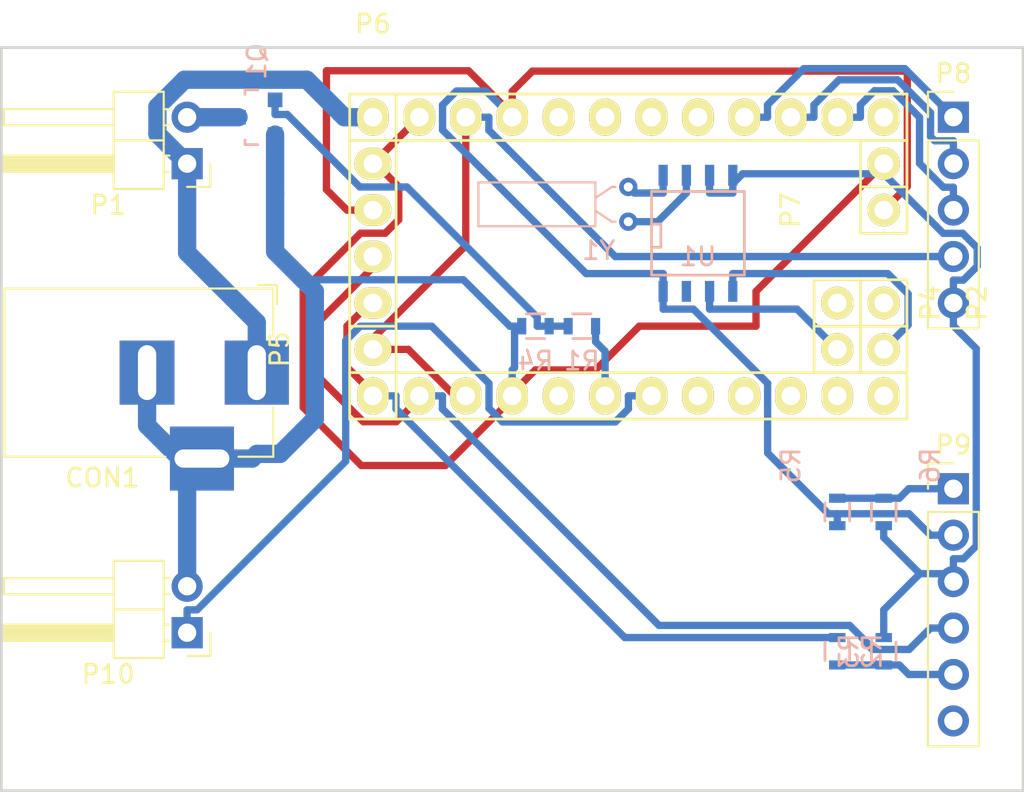
<source format=kicad_pcb>
(kicad_pcb (version 4) (host pcbnew 4.0.6+dfsg1-1)

  (general
    (links 44)
    (no_connects 31)
    (area 134.354999 93.844285 190.575001 137.235001)
    (thickness 1.6)
    (drawings 4)
    (tracks 212)
    (zones 0)
    (modules 20)
    (nets 35)
  )

  (page A4)
  (layers
    (0 F.Cu signal hide)
    (31 B.Cu signal)
    (32 B.Adhes user)
    (33 F.Adhes user)
    (34 B.Paste user)
    (35 F.Paste user)
    (36 B.SilkS user)
    (37 F.SilkS user)
    (38 B.Mask user)
    (39 F.Mask user)
    (40 Dwgs.User user)
    (41 Cmts.User user)
    (42 Eco1.User user)
    (43 Eco2.User user)
    (44 Edge.Cuts user)
    (45 Margin user)
    (46 B.CrtYd user)
    (47 F.CrtYd user)
    (48 B.Fab user)
    (49 F.Fab user)
  )

  (setup
    (last_trace_width 0.4)
    (user_trace_width 0.25)
    (user_trace_width 0.5)
    (user_trace_width 1)
    (trace_clearance 0.2)
    (zone_clearance 0.508)
    (zone_45_only no)
    (trace_min 0.2)
    (segment_width 0.2)
    (edge_width 0.15)
    (via_size 0.6)
    (via_drill 0.4)
    (via_min_size 0.4)
    (via_min_drill 0.3)
    (uvia_size 0.3)
    (uvia_drill 0.1)
    (uvias_allowed no)
    (uvia_min_size 0.2)
    (uvia_min_drill 0.1)
    (pcb_text_width 0.3)
    (pcb_text_size 1.5 1.5)
    (mod_edge_width 0.15)
    (mod_text_size 1 1)
    (mod_text_width 0.15)
    (pad_size 1 1)
    (pad_drill 0.5)
    (pad_to_mask_clearance 0.2)
    (aux_axis_origin 0 0)
    (visible_elements FFFFEF7F)
    (pcbplotparams
      (layerselection 0x00030_80000001)
      (usegerberextensions false)
      (excludeedgelayer true)
      (linewidth 0.100000)
      (plotframeref false)
      (viasonmask false)
      (mode 1)
      (useauxorigin false)
      (hpglpennumber 1)
      (hpglpenspeed 20)
      (hpglpendiameter 15)
      (hpglpenoverlay 2)
      (psnegative false)
      (psa4output false)
      (plotreference true)
      (plotvalue true)
      (plotinvisibletext false)
      (padsonsilk false)
      (subtractmaskfromsilk false)
      (outputformat 1)
      (mirror false)
      (drillshape 1)
      (scaleselection 1)
      (outputdirectory ""))
  )

  (net 0 "")
  (net 1 +12V)
  (net 2 "Net-(P1-Pad2)")
  (net 3 /A4)
  (net 4 "/1(Tx)")
  (net 5 "/0(Rx)")
  (net 6 /Reset)
  (net 7 GND)
  (net 8 "/3(**)")
  (net 9 /A5)
  (net 10 +5V)
  (net 11 "/13(SCK)")
  (net 12 "/12(**/MOSI)")
  (net 13 "/11(MISO)")
  (net 14 "Net-(Q1-Pad1)")
  (net 15 "Net-(U1-Pad2)")
  (net 16 "Net-(U1-Pad1)")
  (net 17 "Net-(P9-Pad1)")
  (net 18 "Net-(P9-Pad5)")
  (net 19 /4)
  (net 20 /A6)
  (net 21 /2)
  (net 22 "/5(**)")
  (net 23 "/6(**)")
  (net 24 /7)
  (net 25 /8)
  (net 26 "/9(**)")
  (net 27 /A7)
  (net 28 /A3)
  (net 29 /A2)
  (net 30 /A1)
  (net 31 /A0)
  (net 32 "/10(**/SS)")
  (net 33 "Net-(P9-Pad6)")
  (net 34 "Net-(U1-Pad7)")

  (net_class Default "This is the default net class."
    (clearance 0.2)
    (trace_width 0.4)
    (via_dia 0.6)
    (via_drill 0.4)
    (uvia_dia 0.3)
    (uvia_drill 0.1)
    (add_net +5V)
    (add_net "/0(Rx)")
    (add_net "/1(Tx)")
    (add_net "/10(**/SS)")
    (add_net "/11(MISO)")
    (add_net "/12(**/MOSI)")
    (add_net "/13(SCK)")
    (add_net /2)
    (add_net "/3(**)")
    (add_net /4)
    (add_net "/5(**)")
    (add_net "/6(**)")
    (add_net /7)
    (add_net /8)
    (add_net "/9(**)")
    (add_net /A0)
    (add_net /A1)
    (add_net /A2)
    (add_net /A3)
    (add_net /A4)
    (add_net /A5)
    (add_net /A6)
    (add_net /A7)
    (add_net /Reset)
    (add_net GND)
    (add_net "Net-(P9-Pad1)")
    (add_net "Net-(P9-Pad5)")
    (add_net "Net-(P9-Pad6)")
    (add_net "Net-(Q1-Pad1)")
    (add_net "Net-(U1-Pad1)")
    (add_net "Net-(U1-Pad2)")
    (add_net "Net-(U1-Pad7)")
  )

  (net_class Power ""
    (clearance 0.2)
    (trace_width 1)
    (via_dia 0.6)
    (via_drill 0.4)
    (uvia_dia 0.3)
    (uvia_drill 0.1)
    (add_net +12V)
    (add_net "Net-(P1-Pad2)")
  )

  (module Socket_Arduino_Mini:Socket_Strip_Arduino_1x02 (layer F.Cu) (tedit 5A369123) (tstamp 5A34B87C)
    (at 182.88 110.49 270)
    (descr "Through hole socket strip")
    (tags "socket strip")
    (path /5A34B29D)
    (fp_text reference P2 (at 0 -5.1 270) (layer F.SilkS)
      (effects (font (size 1 1) (thickness 0.15)))
    )
    (fp_text value ADC (at 2.54 -2.54 270) (layer F.Fab)
      (effects (font (size 1 1) (thickness 0.15)))
    )
    (fp_line (start 1.27 -1.27) (end -1.27 -1.27) (layer F.SilkS) (width 0.15))
    (fp_line (start -1.27 -1.27) (end -1.27 1.27) (layer F.SilkS) (width 0.15))
    (fp_line (start -1.27 1.27) (end 1.27 1.27) (layer F.SilkS) (width 0.15))
    (fp_line (start 3.81 1.27) (end 1.27 1.27) (layer F.SilkS) (width 0.15))
    (fp_line (start -1.75 -1.75) (end -1.75 1.75) (layer F.CrtYd) (width 0.05))
    (fp_line (start 4.3 -1.75) (end 4.3 1.75) (layer F.CrtYd) (width 0.05))
    (fp_line (start -1.75 -1.75) (end 4.3 -1.75) (layer F.CrtYd) (width 0.05))
    (fp_line (start -1.75 1.75) (end 4.3 1.75) (layer F.CrtYd) (width 0.05))
    (fp_line (start 1.27 1.27) (end 1.27 -1.27) (layer F.SilkS) (width 0.15))
    (fp_line (start 1.27 -1.27) (end 3.81 -1.27) (layer F.SilkS) (width 0.15))
    (fp_line (start 3.81 -1.27) (end 3.81 1.27) (layer F.SilkS) (width 0.15))
    (pad 1 thru_hole circle (at 0 0 270) (size 1.778 1.778) (drill 1.016) (layers *.Cu *.Mask F.SilkS)
      (net 20 /A6))
    (pad 2 thru_hole circle (at 2.54 0 270) (size 1.778 1.778) (drill 1.016) (layers *.Cu *.Mask F.SilkS)
      (net 3 /A4))
  )

  (module Socket_Arduino_Mini:Socket_Strip_Arduino_1x12 (layer F.Cu) (tedit 5A369136) (tstamp 5A34B897)
    (at 154.94 115.57)
    (descr "Through hole socket strip")
    (tags "socket strip")
    (path /5A34B29A)
    (fp_text reference P3 (at 0 -5.1) (layer F.SilkS)
      (effects (font (size 1 1) (thickness 0.15)))
    )
    (fp_text value Digital (at 15.24 3.81) (layer F.Fab)
      (effects (font (size 1 1) (thickness 0.15)))
    )
    (fp_line (start 1.27 -1.27) (end -1.27 -1.27) (layer F.SilkS) (width 0.15))
    (fp_line (start -1.27 -1.27) (end -1.27 1.27) (layer F.SilkS) (width 0.15))
    (fp_line (start -1.27 1.27) (end 1.27 1.27) (layer F.SilkS) (width 0.15))
    (fp_line (start -1.75 -1.75) (end -1.75 1.75) (layer F.CrtYd) (width 0.05))
    (fp_line (start 29.7 -1.75) (end 29.7 1.75) (layer F.CrtYd) (width 0.05))
    (fp_line (start -1.75 -1.75) (end 29.7 -1.75) (layer F.CrtYd) (width 0.05))
    (fp_line (start -1.75 1.75) (end 29.7 1.75) (layer F.CrtYd) (width 0.05))
    (fp_line (start 1.27 1.27) (end 29.21 1.27) (layer F.SilkS) (width 0.15))
    (fp_line (start 29.21 1.27) (end 29.21 -1.27) (layer F.SilkS) (width 0.15))
    (fp_line (start 29.21 -1.27) (end 1.27 -1.27) (layer F.SilkS) (width 0.15))
    (fp_line (start 1.27 1.27) (end 1.27 -1.27) (layer F.SilkS) (width 0.15))
    (pad 1 thru_hole oval (at 0 0) (size 1.7272 2.032) (drill 1.016) (layers *.Cu *.Mask F.SilkS)
      (net 4 "/1(Tx)"))
    (pad 2 thru_hole oval (at 2.54 0) (size 1.7272 2.032) (drill 1.016) (layers *.Cu *.Mask F.SilkS)
      (net 5 "/0(Rx)"))
    (pad 3 thru_hole oval (at 5.08 0) (size 1.7272 2.032) (drill 1.016) (layers *.Cu *.Mask F.SilkS)
      (net 6 /Reset))
    (pad 4 thru_hole oval (at 7.62 0) (size 1.7272 2.032) (drill 1.016) (layers *.Cu *.Mask F.SilkS)
      (net 7 GND))
    (pad 5 thru_hole oval (at 10.16 0) (size 1.7272 2.032) (drill 1.016) (layers *.Cu *.Mask F.SilkS)
      (net 21 /2))
    (pad 6 thru_hole oval (at 12.7 0) (size 1.7272 2.032) (drill 1.016) (layers *.Cu *.Mask F.SilkS)
      (net 8 "/3(**)"))
    (pad 7 thru_hole oval (at 15.24 0) (size 1.7272 2.032) (drill 1.016) (layers *.Cu *.Mask F.SilkS)
      (net 19 /4))
    (pad 8 thru_hole oval (at 17.78 0) (size 1.7272 2.032) (drill 1.016) (layers *.Cu *.Mask F.SilkS)
      (net 22 "/5(**)"))
    (pad 9 thru_hole oval (at 20.32 0) (size 1.7272 2.032) (drill 1.016) (layers *.Cu *.Mask F.SilkS)
      (net 23 "/6(**)"))
    (pad 10 thru_hole oval (at 22.86 0) (size 1.7272 2.032) (drill 1.016) (layers *.Cu *.Mask F.SilkS)
      (net 24 /7))
    (pad 11 thru_hole oval (at 25.4 0) (size 1.7272 2.032) (drill 1.016) (layers *.Cu *.Mask F.SilkS)
      (net 25 /8))
    (pad 12 thru_hole oval (at 27.94 0) (size 1.7272 2.032) (drill 1.016) (layers *.Cu *.Mask F.SilkS)
      (net 26 "/9(**)"))
    (model ${KIPRJMOD}/Socket_Arduino_Mini.3dshapes/Socket_header_Arduino_1x12.wrl
      (at (xyz 0.55 0 0))
      (scale (xyz 1 1 1))
      (rotate (xyz 0 0 180))
    )
  )

  (module Socket_Arduino_Mini:Socket_Strip_Arduino_1x02 (layer F.Cu) (tedit 5A369126) (tstamp 5A34B8A8)
    (at 180.34 110.49 270)
    (descr "Through hole socket strip")
    (tags "socket strip")
    (path /5A34B29E)
    (fp_text reference P4 (at 0 -5.1 270) (layer F.SilkS)
      (effects (font (size 1 1) (thickness 0.15)))
    )
    (fp_text value ADC (at 1.27 2.54 270) (layer F.Fab)
      (effects (font (size 1 1) (thickness 0.15)))
    )
    (fp_line (start 1.27 -1.27) (end -1.27 -1.27) (layer F.SilkS) (width 0.15))
    (fp_line (start -1.27 -1.27) (end -1.27 1.27) (layer F.SilkS) (width 0.15))
    (fp_line (start -1.27 1.27) (end 1.27 1.27) (layer F.SilkS) (width 0.15))
    (fp_line (start 3.81 1.27) (end 1.27 1.27) (layer F.SilkS) (width 0.15))
    (fp_line (start -1.75 -1.75) (end -1.75 1.75) (layer F.CrtYd) (width 0.05))
    (fp_line (start 4.3 -1.75) (end 4.3 1.75) (layer F.CrtYd) (width 0.05))
    (fp_line (start -1.75 -1.75) (end 4.3 -1.75) (layer F.CrtYd) (width 0.05))
    (fp_line (start -1.75 1.75) (end 4.3 1.75) (layer F.CrtYd) (width 0.05))
    (fp_line (start 1.27 1.27) (end 1.27 -1.27) (layer F.SilkS) (width 0.15))
    (fp_line (start 1.27 -1.27) (end 3.81 -1.27) (layer F.SilkS) (width 0.15))
    (fp_line (start 3.81 -1.27) (end 3.81 1.27) (layer F.SilkS) (width 0.15))
    (pad 1 thru_hole circle (at 0 0 270) (size 1.778 1.778) (drill 1.016) (layers *.Cu *.Mask F.SilkS)
      (net 27 /A7))
    (pad 2 thru_hole circle (at 2.54 0 270) (size 1.778 1.778) (drill 1.016) (layers *.Cu *.Mask F.SilkS)
      (net 9 /A5))
  )

  (module Socket_Arduino_Mini:Socket_Strip_Arduino_1x05 (layer F.Cu) (tedit 5A369130) (tstamp 5A34B8BC)
    (at 154.94 113.03 90)
    (descr "Through hole socket strip")
    (tags "socket strip")
    (path /5A34B29C)
    (fp_text reference P5 (at 0 -5.1 90) (layer F.SilkS)
      (effects (font (size 1 1) (thickness 0.15)))
    )
    (fp_text value COM (at -6.35 0 90) (layer F.Fab)
      (effects (font (size 1 1) (thickness 0.15)))
    )
    (fp_line (start 1.27 -1.27) (end -1.27 -1.27) (layer F.SilkS) (width 0.15))
    (fp_line (start -1.27 -1.27) (end -1.27 1.27) (layer F.SilkS) (width 0.15))
    (fp_line (start -1.27 1.27) (end 1.27 1.27) (layer F.SilkS) (width 0.15))
    (fp_line (start -1.75 -1.75) (end -1.75 1.75) (layer F.CrtYd) (width 0.05))
    (fp_line (start 11.95 -1.75) (end 11.95 1.75) (layer F.CrtYd) (width 0.05))
    (fp_line (start -1.75 -1.75) (end 11.95 -1.75) (layer F.CrtYd) (width 0.05))
    (fp_line (start -1.75 1.75) (end 11.95 1.75) (layer F.CrtYd) (width 0.05))
    (fp_line (start 1.27 1.27) (end 11.43 1.27) (layer F.SilkS) (width 0.15))
    (fp_line (start 11.43 1.27) (end 11.43 -1.27) (layer F.SilkS) (width 0.15))
    (fp_line (start 11.43 -1.27) (end 1.27 -1.27) (layer F.SilkS) (width 0.15))
    (fp_line (start 1.27 1.27) (end 1.27 -1.27) (layer F.SilkS) (width 0.15))
    (pad 1 thru_hole oval (at 0 0 90) (size 1.7272 2.032) (drill 1.016) (layers *.Cu *.Mask F.SilkS)
      (net 6 /Reset))
    (pad 2 thru_hole oval (at 2.54 0 90) (size 1.7272 2.032) (drill 1.016) (layers *.Cu *.Mask F.SilkS)
      (net 4 "/1(Tx)"))
    (pad 3 thru_hole oval (at 5.08 0 90) (size 1.7272 2.032) (drill 1.016) (layers *.Cu *.Mask F.SilkS)
      (net 5 "/0(Rx)"))
    (pad 4 thru_hole oval (at 7.62 0 90) (size 1.7272 2.032) (drill 1.016) (layers *.Cu *.Mask F.SilkS)
      (net 10 +5V))
    (pad 5 thru_hole oval (at 10.16 0 90) (size 1.7272 2.032) (drill 1.016) (layers *.Cu *.Mask F.SilkS)
      (net 7 GND))
  )

  (module Socket_Arduino_Mini:Socket_Strip_Arduino_1x12 (layer F.Cu) (tedit 55200754) (tstamp 5A34B8D7)
    (at 154.94 100.33)
    (descr "Through hole socket strip")
    (tags "socket strip")
    (path /5A34B29B)
    (fp_text reference P6 (at 0 -5.1) (layer F.SilkS)
      (effects (font (size 1 1) (thickness 0.15)))
    )
    (fp_text value Analog (at 0 -3.1) (layer F.Fab)
      (effects (font (size 1 1) (thickness 0.15)))
    )
    (fp_line (start 1.27 -1.27) (end -1.27 -1.27) (layer F.SilkS) (width 0.15))
    (fp_line (start -1.27 -1.27) (end -1.27 1.27) (layer F.SilkS) (width 0.15))
    (fp_line (start -1.27 1.27) (end 1.27 1.27) (layer F.SilkS) (width 0.15))
    (fp_line (start -1.75 -1.75) (end -1.75 1.75) (layer F.CrtYd) (width 0.05))
    (fp_line (start 29.7 -1.75) (end 29.7 1.75) (layer F.CrtYd) (width 0.05))
    (fp_line (start -1.75 -1.75) (end 29.7 -1.75) (layer F.CrtYd) (width 0.05))
    (fp_line (start -1.75 1.75) (end 29.7 1.75) (layer F.CrtYd) (width 0.05))
    (fp_line (start 1.27 1.27) (end 29.21 1.27) (layer F.SilkS) (width 0.15))
    (fp_line (start 29.21 1.27) (end 29.21 -1.27) (layer F.SilkS) (width 0.15))
    (fp_line (start 29.21 -1.27) (end 1.27 -1.27) (layer F.SilkS) (width 0.15))
    (fp_line (start 1.27 1.27) (end 1.27 -1.27) (layer F.SilkS) (width 0.15))
    (pad 1 thru_hole oval (at 0 0) (size 1.7272 2.032) (drill 1.016) (layers *.Cu *.Mask F.SilkS)
      (net 1 +12V))
    (pad 2 thru_hole oval (at 2.54 0) (size 1.7272 2.032) (drill 1.016) (layers *.Cu *.Mask F.SilkS)
      (net 7 GND))
    (pad 3 thru_hole oval (at 5.08 0) (size 1.7272 2.032) (drill 1.016) (layers *.Cu *.Mask F.SilkS)
      (net 6 /Reset))
    (pad 4 thru_hole oval (at 7.62 0) (size 1.7272 2.032) (drill 1.016) (layers *.Cu *.Mask F.SilkS)
      (net 10 +5V))
    (pad 5 thru_hole oval (at 10.16 0) (size 1.7272 2.032) (drill 1.016) (layers *.Cu *.Mask F.SilkS)
      (net 28 /A3))
    (pad 6 thru_hole oval (at 12.7 0) (size 1.7272 2.032) (drill 1.016) (layers *.Cu *.Mask F.SilkS)
      (net 29 /A2))
    (pad 7 thru_hole oval (at 15.24 0) (size 1.7272 2.032) (drill 1.016) (layers *.Cu *.Mask F.SilkS)
      (net 30 /A1))
    (pad 8 thru_hole oval (at 17.78 0) (size 1.7272 2.032) (drill 1.016) (layers *.Cu *.Mask F.SilkS)
      (net 31 /A0))
    (pad 9 thru_hole oval (at 20.32 0) (size 1.7272 2.032) (drill 1.016) (layers *.Cu *.Mask F.SilkS)
      (net 11 "/13(SCK)"))
    (pad 10 thru_hole oval (at 22.86 0) (size 1.7272 2.032) (drill 1.016) (layers *.Cu *.Mask F.SilkS)
      (net 12 "/12(**/MOSI)"))
    (pad 11 thru_hole oval (at 25.4 0) (size 1.7272 2.032) (drill 1.016) (layers *.Cu *.Mask F.SilkS)
      (net 13 "/11(MISO)"))
    (pad 12 thru_hole oval (at 27.94 0) (size 1.7272 2.032) (drill 1.016) (layers *.Cu *.Mask F.SilkS)
      (net 32 "/10(**/SS)"))
    (model ${KIPRJMOD}/Socket_Arduino_Mini.3dshapes/Socket_header_Arduino_1x12.wrl
      (at (xyz 0.55 0 0))
      (scale (xyz 1 1 1))
      (rotate (xyz 0 0 180))
    )
  )

  (module Socket_Arduino_Mini:Socket_Strip_Arduino_1x02 (layer F.Cu) (tedit 55200CD7) (tstamp 5A34B8E8)
    (at 182.88 105.41 90)
    (descr "Through hole socket strip")
    (tags "socket strip")
    (path /5A34B29F)
    (fp_text reference P7 (at 0 -5.1 90) (layer F.SilkS)
      (effects (font (size 1 1) (thickness 0.15)))
    )
    (fp_text value PWR (at 0 -3.1 90) (layer F.Fab)
      (effects (font (size 1 1) (thickness 0.15)))
    )
    (fp_line (start 1.27 -1.27) (end -1.27 -1.27) (layer F.SilkS) (width 0.15))
    (fp_line (start -1.27 -1.27) (end -1.27 1.27) (layer F.SilkS) (width 0.15))
    (fp_line (start -1.27 1.27) (end 1.27 1.27) (layer F.SilkS) (width 0.15))
    (fp_line (start 3.81 1.27) (end 1.27 1.27) (layer F.SilkS) (width 0.15))
    (fp_line (start -1.75 -1.75) (end -1.75 1.75) (layer F.CrtYd) (width 0.05))
    (fp_line (start 4.3 -1.75) (end 4.3 1.75) (layer F.CrtYd) (width 0.05))
    (fp_line (start -1.75 -1.75) (end 4.3 -1.75) (layer F.CrtYd) (width 0.05))
    (fp_line (start -1.75 1.75) (end 4.3 1.75) (layer F.CrtYd) (width 0.05))
    (fp_line (start 1.27 1.27) (end 1.27 -1.27) (layer F.SilkS) (width 0.15))
    (fp_line (start 1.27 -1.27) (end 3.81 -1.27) (layer F.SilkS) (width 0.15))
    (fp_line (start 3.81 -1.27) (end 3.81 1.27) (layer F.SilkS) (width 0.15))
    (pad 1 thru_hole circle (at 0 0 90) (size 1.778 1.778) (drill 1.016) (layers *.Cu *.Mask F.SilkS)
      (net 10 +5V))
    (pad 2 thru_hole circle (at 2.54 0 90) (size 1.778 1.778) (drill 1.016) (layers *.Cu *.Mask F.SilkS)
      (net 7 GND))
  )

  (module TO_SOT_Packages_SMD:SOT-23 (layer B.Cu) (tedit 553634F8) (tstamp 5A34B8F7)
    (at 148.59 100.33 270)
    (descr "SOT-23, Standard")
    (tags SOT-23)
    (path /5A33EFC6)
    (attr smd)
    (fp_text reference Q1 (at -3.048 0 270) (layer B.SilkS)
      (effects (font (size 1 1) (thickness 0.15)) (justify mirror))
    )
    (fp_text value IRLML6244TRPbF (at 0 -2.3 270) (layer B.Fab)
      (effects (font (size 1 1) (thickness 0.15)) (justify mirror))
    )
    (fp_line (start -1.65 1.6) (end 1.65 1.6) (layer B.CrtYd) (width 0.05))
    (fp_line (start 1.65 1.6) (end 1.65 -1.6) (layer B.CrtYd) (width 0.05))
    (fp_line (start 1.65 -1.6) (end -1.65 -1.6) (layer B.CrtYd) (width 0.05))
    (fp_line (start -1.65 -1.6) (end -1.65 1.6) (layer B.CrtYd) (width 0.05))
    (fp_line (start 1.29916 0.65024) (end 1.2509 0.65024) (layer B.SilkS) (width 0.15))
    (fp_line (start -1.49982 -0.0508) (end -1.49982 0.65024) (layer B.SilkS) (width 0.15))
    (fp_line (start -1.49982 0.65024) (end -1.2509 0.65024) (layer B.SilkS) (width 0.15))
    (fp_line (start 1.29916 0.65024) (end 1.49982 0.65024) (layer B.SilkS) (width 0.15))
    (fp_line (start 1.49982 0.65024) (end 1.49982 -0.0508) (layer B.SilkS) (width 0.15))
    (pad 1 smd rect (at -0.95 -1.00076 270) (size 0.8001 0.8001) (layers B.Cu B.Paste B.Mask)
      (net 14 "Net-(Q1-Pad1)"))
    (pad 2 smd rect (at 0.95 -1.00076 270) (size 0.8001 0.8001) (layers B.Cu B.Paste B.Mask)
      (net 7 GND))
    (pad 3 smd rect (at 0 0.99822 270) (size 0.8001 0.8001) (layers B.Cu B.Paste B.Mask)
      (net 2 "Net-(P1-Pad2)"))
    (model TO_SOT_Packages_SMD.3dshapes/SOT-23.wrl
      (at (xyz 0 0 0))
      (scale (xyz 1 1 1))
      (rotate (xyz 0 0 0))
    )
  )

  (module SMD_Packages:SOIC-8-N (layer B.Cu) (tedit 5A369150) (tstamp 5A34B903)
    (at 172.72 106.68)
    (descr "Module Narrow CMS SOJ 8 pins large")
    (tags "CMS SOJ")
    (path /5A34CC05)
    (attr smd)
    (fp_text reference U1 (at 0 1.27) (layer B.SilkS)
      (effects (font (size 1 1) (thickness 0.15)) (justify mirror))
    )
    (fp_text value DS1307+ (at 1.27 0) (layer F.Fab)
      (effects (font (size 1 1) (thickness 0.15)))
    )
    (fp_line (start -2.54 2.286) (end 2.54 2.286) (layer B.SilkS) (width 0.15))
    (fp_line (start 2.54 2.286) (end 2.54 -2.286) (layer B.SilkS) (width 0.15))
    (fp_line (start 2.54 -2.286) (end -2.54 -2.286) (layer B.SilkS) (width 0.15))
    (fp_line (start -2.54 -2.286) (end -2.54 2.286) (layer B.SilkS) (width 0.15))
    (fp_line (start -2.54 0.762) (end -2.032 0.762) (layer B.SilkS) (width 0.15))
    (fp_line (start -2.032 0.762) (end -2.032 -0.508) (layer B.SilkS) (width 0.15))
    (fp_line (start -2.032 -0.508) (end -2.54 -0.508) (layer B.SilkS) (width 0.15))
    (pad 8 smd rect (at -1.905 3.175) (size 0.508 1.143) (layers B.Cu B.Paste B.Mask)
      (net 10 +5V))
    (pad 7 smd rect (at -0.635 3.175) (size 0.508 1.143) (layers B.Cu B.Paste B.Mask)
      (net 34 "Net-(U1-Pad7)"))
    (pad 6 smd rect (at 0.635 3.175) (size 0.508 1.143) (layers B.Cu B.Paste B.Mask)
      (net 9 /A5))
    (pad 5 smd rect (at 1.905 3.175) (size 0.508 1.143) (layers B.Cu B.Paste B.Mask)
      (net 3 /A4))
    (pad 4 smd rect (at 1.905 -3.175) (size 0.508 1.143) (layers B.Cu B.Paste B.Mask)
      (net 7 GND))
    (pad 3 smd rect (at 0.635 -3.175) (size 0.508 1.143) (layers B.Cu B.Paste B.Mask)
      (net 7 GND))
    (pad 2 smd rect (at -0.635 -3.175) (size 0.508 1.143) (layers B.Cu B.Paste B.Mask)
      (net 15 "Net-(U1-Pad2)"))
    (pad 1 smd rect (at -1.905 -3.175) (size 0.508 1.143) (layers B.Cu B.Paste B.Mask)
      (net 16 "Net-(U1-Pad1)"))
    (model SMD_Packages.3dshapes/SOIC-8-N.wrl
      (at (xyz 0 0 0))
      (scale (xyz 0.5 0.38 0.5))
      (rotate (xyz 0 0 0))
    )
  )

  (module Crystal:Crystal_DS26_D2.0mm_L6.0mm_Horizontal (layer B.Cu) (tedit 5A3E0EBE) (tstamp 5A34B909)
    (at 168.91 106.045 90)
    (descr "Crystal THT DS26 6.0mm length 2.0mm diameter http://www.microcrystal.com/images/_Product-Documentation/03_TF_metal_Packages/01_Datasheet/DS-Series.pdf")
    (tags ['DS26'])
    (path /5A34E1C7)
    (fp_text reference Y1 (at -1.57 -1.625 360) (layer B.SilkS)
      (effects (font (size 1 1) (thickness 0.15)) (justify mirror))
    )
    (fp_text value Crystal_Small (at 1.27 -6.35 360) (layer B.Fab)
      (effects (font (size 1 1) (thickness 0.15)) (justify mirror))
    )
    (fp_text user %R (at 1 -4.75 360) (layer B.Fab)
      (effects (font (size 0.7 0.7) (thickness 0.105)) (justify mirror))
    )
    (fp_line (start -0.05 -2) (end -0.05 -8) (layer B.Fab) (width 0.1))
    (fp_line (start -0.05 -8) (end 1.95 -8) (layer B.Fab) (width 0.1))
    (fp_line (start 1.95 -8) (end 1.95 -2) (layer B.Fab) (width 0.1))
    (fp_line (start 1.95 -2) (end -0.05 -2) (layer B.Fab) (width 0.1))
    (fp_line (start 0.6 -2) (end 0 -1) (layer B.Fab) (width 0.1))
    (fp_line (start 0 -1) (end 0 0) (layer B.Fab) (width 0.1))
    (fp_line (start 1.3 -2) (end 1.9 -1) (layer B.Fab) (width 0.1))
    (fp_line (start 1.9 -1) (end 1.9 0) (layer B.Fab) (width 0.1))
    (fp_line (start -0.25 -1.8) (end -0.25 -8.2) (layer B.SilkS) (width 0.12))
    (fp_line (start -0.25 -8.2) (end 2.15 -8.2) (layer B.SilkS) (width 0.12))
    (fp_line (start 2.15 -8.2) (end 2.15 -1.8) (layer B.SilkS) (width 0.12))
    (fp_line (start 2.15 -1.8) (end -0.25 -1.8) (layer B.SilkS) (width 0.12))
    (fp_line (start 0.6 -1.8) (end 0 -0.9) (layer B.SilkS) (width 0.12))
    (fp_line (start 0 -0.9) (end 0 -0.7) (layer B.SilkS) (width 0.12))
    (fp_line (start 1.3 -1.8) (end 1.9 -0.9) (layer B.SilkS) (width 0.12))
    (fp_line (start 1.9 -0.9) (end 1.9 -0.7) (layer B.SilkS) (width 0.12))
    (fp_line (start -0.8 0.8) (end -0.8 -8.8) (layer B.CrtYd) (width 0.05))
    (fp_line (start -0.8 -8.8) (end 2.7 -8.8) (layer B.CrtYd) (width 0.05))
    (fp_line (start 2.7 -8.8) (end 2.7 0.8) (layer B.CrtYd) (width 0.05))
    (fp_line (start 2.7 0.8) (end -0.8 0.8) (layer B.CrtYd) (width 0.05))
    (pad 1 thru_hole circle (at 0 0 90) (size 1 1) (drill 0.5) (layers *.Cu *.Mask)
      (net 15 "Net-(U1-Pad2)"))
    (pad 2 thru_hole circle (at 1.9 0 90) (size 1 1) (drill 0.5) (layers *.Cu *.Mask)
      (net 16 "Net-(U1-Pad1)"))
    (model ${KISYS3DMOD}/Crystal.3dshapes/Crystal_DS26_D2.0mm_L6.0mm_Horizontal.wrl
      (at (xyz 0 0 0))
      (scale (xyz 1 1 1))
      (rotate (xyz 0 0 0))
    )
  )

  (module Resistors_SMD:R_0603 (layer B.Cu) (tedit 5A369142) (tstamp 5A34BBD1)
    (at 166.37 111.76)
    (descr "Resistor SMD 0603, reflow soldering, Vishay (see dcrcw.pdf)")
    (tags "resistor 0603")
    (path /5A350B01)
    (attr smd)
    (fp_text reference R1 (at 0 1.9) (layer B.SilkS)
      (effects (font (size 1 1) (thickness 0.15)) (justify mirror))
    )
    (fp_text value 200 (at 3.81 0) (layer B.Fab)
      (effects (font (size 1 1) (thickness 0.15)) (justify mirror))
    )
    (fp_line (start -1.3 0.8) (end 1.3 0.8) (layer B.CrtYd) (width 0.05))
    (fp_line (start -1.3 -0.8) (end 1.3 -0.8) (layer B.CrtYd) (width 0.05))
    (fp_line (start -1.3 0.8) (end -1.3 -0.8) (layer B.CrtYd) (width 0.05))
    (fp_line (start 1.3 0.8) (end 1.3 -0.8) (layer B.CrtYd) (width 0.05))
    (fp_line (start 0.5 -0.675) (end -0.5 -0.675) (layer B.SilkS) (width 0.15))
    (fp_line (start -0.5 0.675) (end 0.5 0.675) (layer B.SilkS) (width 0.15))
    (pad 1 smd rect (at -0.75 0) (size 0.5 0.9) (layers B.Cu B.Paste B.Mask)
      (net 14 "Net-(Q1-Pad1)"))
    (pad 2 smd rect (at 0.75 0) (size 0.5 0.9) (layers B.Cu B.Paste B.Mask)
      (net 8 "/3(**)"))
    (model Resistors_SMD.3dshapes/R_0603.wrl
      (at (xyz 0 0 0))
      (scale (xyz 1 1 1))
      (rotate (xyz 0 0 0))
    )
  )

  (module Resistors_SMD:R_0603 (layer B.Cu) (tedit 5A36917A) (tstamp 5A3510AD)
    (at 180.34 129.54 90)
    (descr "Resistor SMD 0603, reflow soldering, Vishay (see dcrcw.pdf)")
    (tags "resistor 0603")
    (path /5A352B1D)
    (attr smd)
    (fp_text reference R2 (at 0 1.9 90) (layer B.SilkS)
      (effects (font (size 1 1) (thickness 0.15)) (justify mirror))
    )
    (fp_text value 510 (at -2.54 0 90) (layer B.Fab)
      (effects (font (size 1 1) (thickness 0.15)) (justify mirror))
    )
    (fp_line (start -1.3 0.8) (end 1.3 0.8) (layer B.CrtYd) (width 0.05))
    (fp_line (start -1.3 -0.8) (end 1.3 -0.8) (layer B.CrtYd) (width 0.05))
    (fp_line (start -1.3 0.8) (end -1.3 -0.8) (layer B.CrtYd) (width 0.05))
    (fp_line (start 1.3 0.8) (end 1.3 -0.8) (layer B.CrtYd) (width 0.05))
    (fp_line (start 0.5 -0.675) (end -0.5 -0.675) (layer B.SilkS) (width 0.15))
    (fp_line (start -0.5 0.675) (end 0.5 0.675) (layer B.SilkS) (width 0.15))
    (pad 1 smd rect (at -0.75 0 90) (size 0.5 0.9) (layers B.Cu B.Paste B.Mask)
      (net 18 "Net-(P9-Pad5)"))
    (pad 2 smd rect (at 0.75 0 90) (size 0.5 0.9) (layers B.Cu B.Paste B.Mask)
      (net 4 "/1(Tx)"))
    (model Resistors_SMD.3dshapes/R_0603.wrl
      (at (xyz 0 0 0))
      (scale (xyz 1 1 1))
      (rotate (xyz 0 0 0))
    )
  )

  (module Resistors_SMD:R_0603 (layer B.Cu) (tedit 5A369178) (tstamp 5A3510B3)
    (at 182.88 129.54 270)
    (descr "Resistor SMD 0603, reflow soldering, Vishay (see dcrcw.pdf)")
    (tags "resistor 0603")
    (path /5A352BBB)
    (attr smd)
    (fp_text reference R3 (at 0 1.9 270) (layer B.SilkS)
      (effects (font (size 1 1) (thickness 0.15)) (justify mirror))
    )
    (fp_text value 1000 (at 2.54 0 270) (layer B.Fab)
      (effects (font (size 1 1) (thickness 0.15)) (justify mirror))
    )
    (fp_line (start -1.3 0.8) (end 1.3 0.8) (layer B.CrtYd) (width 0.05))
    (fp_line (start -1.3 -0.8) (end 1.3 -0.8) (layer B.CrtYd) (width 0.05))
    (fp_line (start -1.3 0.8) (end -1.3 -0.8) (layer B.CrtYd) (width 0.05))
    (fp_line (start 1.3 0.8) (end 1.3 -0.8) (layer B.CrtYd) (width 0.05))
    (fp_line (start 0.5 -0.675) (end -0.5 -0.675) (layer B.SilkS) (width 0.15))
    (fp_line (start -0.5 0.675) (end 0.5 0.675) (layer B.SilkS) (width 0.15))
    (pad 1 smd rect (at -0.75 0 270) (size 0.5 0.9) (layers B.Cu B.Paste B.Mask)
      (net 7 GND))
    (pad 2 smd rect (at 0.75 0 270) (size 0.5 0.9) (layers B.Cu B.Paste B.Mask)
      (net 18 "Net-(P9-Pad5)"))
    (model Resistors_SMD.3dshapes/R_0603.wrl
      (at (xyz 0 0 0))
      (scale (xyz 1 1 1))
      (rotate (xyz 0 0 0))
    )
  )

  (module Resistors_SMD:R_0603 (layer B.Cu) (tedit 5A369141) (tstamp 5A360AB3)
    (at 163.83 111.76)
    (descr "Resistor SMD 0603, reflow soldering, Vishay (see dcrcw.pdf)")
    (tags "resistor 0603")
    (path /5A360B27)
    (attr smd)
    (fp_text reference R4 (at 0 1.9) (layer B.SilkS)
      (effects (font (size 1 1) (thickness 0.15)) (justify mirror))
    )
    (fp_text value "10 kOhm" (at -2.54 -1.27) (layer B.Fab)
      (effects (font (size 1 1) (thickness 0.15)) (justify mirror))
    )
    (fp_line (start -1.3 0.8) (end 1.3 0.8) (layer B.CrtYd) (width 0.05))
    (fp_line (start -1.3 -0.8) (end 1.3 -0.8) (layer B.CrtYd) (width 0.05))
    (fp_line (start -1.3 0.8) (end -1.3 -0.8) (layer B.CrtYd) (width 0.05))
    (fp_line (start 1.3 0.8) (end 1.3 -0.8) (layer B.CrtYd) (width 0.05))
    (fp_line (start 0.5 -0.675) (end -0.5 -0.675) (layer B.SilkS) (width 0.15))
    (fp_line (start -0.5 0.675) (end 0.5 0.675) (layer B.SilkS) (width 0.15))
    (pad 1 smd rect (at -0.75 0) (size 0.5 0.9) (layers B.Cu B.Paste B.Mask)
      (net 7 GND))
    (pad 2 smd rect (at 0.75 0) (size 0.5 0.9) (layers B.Cu B.Paste B.Mask)
      (net 14 "Net-(Q1-Pad1)"))
    (model Resistors_SMD.3dshapes/R_0603.wrl
      (at (xyz 0 0 0))
      (scale (xyz 1 1 1))
      (rotate (xyz 0 0 0))
    )
  )

  (module Resistors_SMD:R_0603 (layer B.Cu) (tedit 5A369172) (tstamp 5A368ED0)
    (at 180.34 121.92 270)
    (descr "Resistor SMD 0603, reflow soldering, Vishay (see dcrcw.pdf)")
    (tags "resistor 0603")
    (path /5A3686F9)
    (attr smd)
    (fp_text reference R5 (at -2.54 2.54 270) (layer B.SilkS)
      (effects (font (size 1 1) (thickness 0.15)) (justify mirror))
    )
    (fp_text value 510 (at 3.81 0 270) (layer B.Fab)
      (effects (font (size 1 1) (thickness 0.15)) (justify mirror))
    )
    (fp_line (start -1.3 0.8) (end 1.3 0.8) (layer B.CrtYd) (width 0.05))
    (fp_line (start -1.3 -0.8) (end 1.3 -0.8) (layer B.CrtYd) (width 0.05))
    (fp_line (start -1.3 0.8) (end -1.3 -0.8) (layer B.CrtYd) (width 0.05))
    (fp_line (start 1.3 0.8) (end 1.3 -0.8) (layer B.CrtYd) (width 0.05))
    (fp_line (start 0.5 -0.675) (end -0.5 -0.675) (layer B.SilkS) (width 0.15))
    (fp_line (start -0.5 0.675) (end 0.5 0.675) (layer B.SilkS) (width 0.15))
    (pad 1 smd rect (at -0.75 0 270) (size 0.5 0.9) (layers B.Cu B.Paste B.Mask)
      (net 17 "Net-(P9-Pad1)"))
    (pad 2 smd rect (at 0.75 0 270) (size 0.5 0.9) (layers B.Cu B.Paste B.Mask)
      (net 10 +5V))
    (model Resistors_SMD.3dshapes/R_0603.wrl
      (at (xyz 0 0 0))
      (scale (xyz 1 1 1))
      (rotate (xyz 0 0 0))
    )
  )

  (module Resistors_SMD:R_0603 (layer B.Cu) (tedit 5A369175) (tstamp 5A368ED6)
    (at 182.88 121.92 90)
    (descr "Resistor SMD 0603, reflow soldering, Vishay (see dcrcw.pdf)")
    (tags "resistor 0603")
    (path /5A368959)
    (attr smd)
    (fp_text reference R6 (at 2.54 2.54 90) (layer B.SilkS)
      (effects (font (size 1 1) (thickness 0.15)) (justify mirror))
    )
    (fp_text value 1000 (at -3.81 0 90) (layer B.Fab)
      (effects (font (size 1 1) (thickness 0.15)) (justify mirror))
    )
    (fp_line (start -1.3 0.8) (end 1.3 0.8) (layer B.CrtYd) (width 0.05))
    (fp_line (start -1.3 -0.8) (end 1.3 -0.8) (layer B.CrtYd) (width 0.05))
    (fp_line (start -1.3 0.8) (end -1.3 -0.8) (layer B.CrtYd) (width 0.05))
    (fp_line (start 1.3 0.8) (end 1.3 -0.8) (layer B.CrtYd) (width 0.05))
    (fp_line (start 0.5 -0.675) (end -0.5 -0.675) (layer B.SilkS) (width 0.15))
    (fp_line (start -0.5 0.675) (end 0.5 0.675) (layer B.SilkS) (width 0.15))
    (pad 1 smd rect (at -0.75 0 90) (size 0.5 0.9) (layers B.Cu B.Paste B.Mask)
      (net 7 GND))
    (pad 2 smd rect (at 0.75 0 90) (size 0.5 0.9) (layers B.Cu B.Paste B.Mask)
      (net 17 "Net-(P9-Pad1)"))
    (model Resistors_SMD.3dshapes/R_0603.wrl
      (at (xyz 0 0 0))
      (scale (xyz 1 1 1))
      (rotate (xyz 0 0 0))
    )
  )

  (module Pin_Headers:Pin_Header_Angled_1x02_Pitch2.54mm (layer F.Cu) (tedit 5862ED52) (tstamp 5A3753A2)
    (at 144.78 102.87 180)
    (descr "Through hole angled pin header, 1x02, 2.54mm pitch, 6mm pin length, single row")
    (tags "Through hole angled pin header THT 1x02 2.54mm single row")
    (path /5A34CA5D)
    (fp_text reference P1 (at 4.315 -2.27 180) (layer F.SilkS)
      (effects (font (size 1 1) (thickness 0.15)))
    )
    (fp_text value Light (at 4.315 4.81 180) (layer F.Fab)
      (effects (font (size 1 1) (thickness 0.15)))
    )
    (fp_line (start 1.4 -1.27) (end 1.4 1.27) (layer F.Fab) (width 0.1))
    (fp_line (start 1.4 1.27) (end 3.9 1.27) (layer F.Fab) (width 0.1))
    (fp_line (start 3.9 1.27) (end 3.9 -1.27) (layer F.Fab) (width 0.1))
    (fp_line (start 3.9 -1.27) (end 1.4 -1.27) (layer F.Fab) (width 0.1))
    (fp_line (start 0 -0.32) (end 0 0.32) (layer F.Fab) (width 0.1))
    (fp_line (start 0 0.32) (end 9.9 0.32) (layer F.Fab) (width 0.1))
    (fp_line (start 9.9 0.32) (end 9.9 -0.32) (layer F.Fab) (width 0.1))
    (fp_line (start 9.9 -0.32) (end 0 -0.32) (layer F.Fab) (width 0.1))
    (fp_line (start 1.4 1.27) (end 1.4 3.81) (layer F.Fab) (width 0.1))
    (fp_line (start 1.4 3.81) (end 3.9 3.81) (layer F.Fab) (width 0.1))
    (fp_line (start 3.9 3.81) (end 3.9 1.27) (layer F.Fab) (width 0.1))
    (fp_line (start 3.9 1.27) (end 1.4 1.27) (layer F.Fab) (width 0.1))
    (fp_line (start 0 2.22) (end 0 2.86) (layer F.Fab) (width 0.1))
    (fp_line (start 0 2.86) (end 9.9 2.86) (layer F.Fab) (width 0.1))
    (fp_line (start 9.9 2.86) (end 9.9 2.22) (layer F.Fab) (width 0.1))
    (fp_line (start 9.9 2.22) (end 0 2.22) (layer F.Fab) (width 0.1))
    (fp_line (start 1.28 -1.39) (end 1.28 1.27) (layer F.SilkS) (width 0.12))
    (fp_line (start 1.28 1.27) (end 4.02 1.27) (layer F.SilkS) (width 0.12))
    (fp_line (start 4.02 1.27) (end 4.02 -1.39) (layer F.SilkS) (width 0.12))
    (fp_line (start 4.02 -1.39) (end 1.28 -1.39) (layer F.SilkS) (width 0.12))
    (fp_line (start 4.02 -0.44) (end 4.02 0.44) (layer F.SilkS) (width 0.12))
    (fp_line (start 4.02 0.44) (end 10.02 0.44) (layer F.SilkS) (width 0.12))
    (fp_line (start 10.02 0.44) (end 10.02 -0.44) (layer F.SilkS) (width 0.12))
    (fp_line (start 10.02 -0.44) (end 4.02 -0.44) (layer F.SilkS) (width 0.12))
    (fp_line (start 0.97 -0.44) (end 1.28 -0.44) (layer F.SilkS) (width 0.12))
    (fp_line (start 0.97 0.44) (end 1.28 0.44) (layer F.SilkS) (width 0.12))
    (fp_line (start 4.02 -0.32) (end 10.02 -0.32) (layer F.SilkS) (width 0.12))
    (fp_line (start 4.02 -0.2) (end 10.02 -0.2) (layer F.SilkS) (width 0.12))
    (fp_line (start 4.02 -0.08) (end 10.02 -0.08) (layer F.SilkS) (width 0.12))
    (fp_line (start 4.02 0.04) (end 10.02 0.04) (layer F.SilkS) (width 0.12))
    (fp_line (start 4.02 0.16) (end 10.02 0.16) (layer F.SilkS) (width 0.12))
    (fp_line (start 4.02 0.28) (end 10.02 0.28) (layer F.SilkS) (width 0.12))
    (fp_line (start 4.02 0.4) (end 10.02 0.4) (layer F.SilkS) (width 0.12))
    (fp_line (start 1.28 1.27) (end 1.28 3.93) (layer F.SilkS) (width 0.12))
    (fp_line (start 1.28 3.93) (end 4.02 3.93) (layer F.SilkS) (width 0.12))
    (fp_line (start 4.02 3.93) (end 4.02 1.27) (layer F.SilkS) (width 0.12))
    (fp_line (start 4.02 1.27) (end 1.28 1.27) (layer F.SilkS) (width 0.12))
    (fp_line (start 4.02 2.1) (end 4.02 2.98) (layer F.SilkS) (width 0.12))
    (fp_line (start 4.02 2.98) (end 10.02 2.98) (layer F.SilkS) (width 0.12))
    (fp_line (start 10.02 2.98) (end 10.02 2.1) (layer F.SilkS) (width 0.12))
    (fp_line (start 10.02 2.1) (end 4.02 2.1) (layer F.SilkS) (width 0.12))
    (fp_line (start 0.97 2.1) (end 1.28 2.1) (layer F.SilkS) (width 0.12))
    (fp_line (start 0.97 2.98) (end 1.28 2.98) (layer F.SilkS) (width 0.12))
    (fp_line (start -1.27 0) (end -1.27 -1.27) (layer F.SilkS) (width 0.12))
    (fp_line (start -1.27 -1.27) (end 0 -1.27) (layer F.SilkS) (width 0.12))
    (fp_line (start -1.6 -1.6) (end -1.6 4.1) (layer F.CrtYd) (width 0.05))
    (fp_line (start -1.6 4.1) (end 10.2 4.1) (layer F.CrtYd) (width 0.05))
    (fp_line (start 10.2 4.1) (end 10.2 -1.6) (layer F.CrtYd) (width 0.05))
    (fp_line (start 10.2 -1.6) (end -1.6 -1.6) (layer F.CrtYd) (width 0.05))
    (pad 1 thru_hole rect (at 0 0 180) (size 1.7 1.7) (drill 1) (layers *.Cu *.Mask)
      (net 1 +12V))
    (pad 2 thru_hole oval (at 0 2.54 180) (size 1.7 1.7) (drill 1) (layers *.Cu *.Mask)
      (net 2 "Net-(P1-Pad2)"))
    (model Pin_Headers.3dshapes/Pin_Header_Angled_1x02_Pitch2.54mm.wrl
      (at (xyz 0 -0.05 0))
      (scale (xyz 1 1 1))
      (rotate (xyz 0 0 90))
    )
  )

  (module Pin_Headers:Pin_Header_Straight_1x06_Pitch2.54mm (layer F.Cu) (tedit 5862ED52) (tstamp 5A3753AE)
    (at 186.69 120.65)
    (descr "Through hole straight pin header, 1x06, 2.54mm pitch, single row")
    (tags "Through hole pin header THT 1x06 2.54mm single row")
    (path /5A3519A1)
    (fp_text reference P9 (at 0 -2.39) (layer F.SilkS)
      (effects (font (size 1 1) (thickness 0.15)))
    )
    (fp_text value BT (at 0 15.09) (layer F.Fab)
      (effects (font (size 1 1) (thickness 0.15)))
    )
    (fp_line (start -1.27 -1.27) (end -1.27 13.97) (layer F.Fab) (width 0.1))
    (fp_line (start -1.27 13.97) (end 1.27 13.97) (layer F.Fab) (width 0.1))
    (fp_line (start 1.27 13.97) (end 1.27 -1.27) (layer F.Fab) (width 0.1))
    (fp_line (start 1.27 -1.27) (end -1.27 -1.27) (layer F.Fab) (width 0.1))
    (fp_line (start -1.39 1.27) (end -1.39 14.09) (layer F.SilkS) (width 0.12))
    (fp_line (start -1.39 14.09) (end 1.39 14.09) (layer F.SilkS) (width 0.12))
    (fp_line (start 1.39 14.09) (end 1.39 1.27) (layer F.SilkS) (width 0.12))
    (fp_line (start 1.39 1.27) (end -1.39 1.27) (layer F.SilkS) (width 0.12))
    (fp_line (start -1.39 0) (end -1.39 -1.39) (layer F.SilkS) (width 0.12))
    (fp_line (start -1.39 -1.39) (end 0 -1.39) (layer F.SilkS) (width 0.12))
    (fp_line (start -1.6 -1.6) (end -1.6 14.3) (layer F.CrtYd) (width 0.05))
    (fp_line (start -1.6 14.3) (end 1.6 14.3) (layer F.CrtYd) (width 0.05))
    (fp_line (start 1.6 14.3) (end 1.6 -1.6) (layer F.CrtYd) (width 0.05))
    (fp_line (start 1.6 -1.6) (end -1.6 -1.6) (layer F.CrtYd) (width 0.05))
    (pad 1 thru_hole rect (at 0 0) (size 1.7 1.7) (drill 1) (layers *.Cu *.Mask)
      (net 17 "Net-(P9-Pad1)"))
    (pad 2 thru_hole oval (at 0 2.54) (size 1.7 1.7) (drill 1) (layers *.Cu *.Mask)
      (net 10 +5V))
    (pad 3 thru_hole oval (at 0 5.08) (size 1.7 1.7) (drill 1) (layers *.Cu *.Mask)
      (net 7 GND))
    (pad 4 thru_hole oval (at 0 7.62) (size 1.7 1.7) (drill 1) (layers *.Cu *.Mask)
      (net 5 "/0(Rx)"))
    (pad 5 thru_hole oval (at 0 10.16) (size 1.7 1.7) (drill 1) (layers *.Cu *.Mask)
      (net 18 "Net-(P9-Pad5)"))
    (pad 6 thru_hole oval (at 0 12.7) (size 1.7 1.7) (drill 1) (layers *.Cu *.Mask)
      (net 33 "Net-(P9-Pad6)"))
    (model Pin_Headers.3dshapes/Pin_Header_Straight_1x06_Pitch2.54mm.wrl
      (at (xyz 0 -0.25 0))
      (scale (xyz 1 1 1))
      (rotate (xyz 0 0 90))
    )
  )

  (module Pin_Headers:Pin_Header_Angled_1x02_Pitch2.54mm (layer F.Cu) (tedit 5862ED52) (tstamp 5A3753BC)
    (at 144.78 128.524 180)
    (descr "Through hole angled pin header, 1x02, 2.54mm pitch, 6mm pin length, single row")
    (tags "Through hole angled pin header THT 1x02 2.54mm single row")
    (path /5A375376)
    (fp_text reference P10 (at 4.315 -2.27 180) (layer F.SilkS)
      (effects (font (size 1 1) (thickness 0.15)))
    )
    (fp_text value Off (at 4.315 4.81 180) (layer F.Fab)
      (effects (font (size 1 1) (thickness 0.15)))
    )
    (fp_line (start 1.4 -1.27) (end 1.4 1.27) (layer F.Fab) (width 0.1))
    (fp_line (start 1.4 1.27) (end 3.9 1.27) (layer F.Fab) (width 0.1))
    (fp_line (start 3.9 1.27) (end 3.9 -1.27) (layer F.Fab) (width 0.1))
    (fp_line (start 3.9 -1.27) (end 1.4 -1.27) (layer F.Fab) (width 0.1))
    (fp_line (start 0 -0.32) (end 0 0.32) (layer F.Fab) (width 0.1))
    (fp_line (start 0 0.32) (end 9.9 0.32) (layer F.Fab) (width 0.1))
    (fp_line (start 9.9 0.32) (end 9.9 -0.32) (layer F.Fab) (width 0.1))
    (fp_line (start 9.9 -0.32) (end 0 -0.32) (layer F.Fab) (width 0.1))
    (fp_line (start 1.4 1.27) (end 1.4 3.81) (layer F.Fab) (width 0.1))
    (fp_line (start 1.4 3.81) (end 3.9 3.81) (layer F.Fab) (width 0.1))
    (fp_line (start 3.9 3.81) (end 3.9 1.27) (layer F.Fab) (width 0.1))
    (fp_line (start 3.9 1.27) (end 1.4 1.27) (layer F.Fab) (width 0.1))
    (fp_line (start 0 2.22) (end 0 2.86) (layer F.Fab) (width 0.1))
    (fp_line (start 0 2.86) (end 9.9 2.86) (layer F.Fab) (width 0.1))
    (fp_line (start 9.9 2.86) (end 9.9 2.22) (layer F.Fab) (width 0.1))
    (fp_line (start 9.9 2.22) (end 0 2.22) (layer F.Fab) (width 0.1))
    (fp_line (start 1.28 -1.39) (end 1.28 1.27) (layer F.SilkS) (width 0.12))
    (fp_line (start 1.28 1.27) (end 4.02 1.27) (layer F.SilkS) (width 0.12))
    (fp_line (start 4.02 1.27) (end 4.02 -1.39) (layer F.SilkS) (width 0.12))
    (fp_line (start 4.02 -1.39) (end 1.28 -1.39) (layer F.SilkS) (width 0.12))
    (fp_line (start 4.02 -0.44) (end 4.02 0.44) (layer F.SilkS) (width 0.12))
    (fp_line (start 4.02 0.44) (end 10.02 0.44) (layer F.SilkS) (width 0.12))
    (fp_line (start 10.02 0.44) (end 10.02 -0.44) (layer F.SilkS) (width 0.12))
    (fp_line (start 10.02 -0.44) (end 4.02 -0.44) (layer F.SilkS) (width 0.12))
    (fp_line (start 0.97 -0.44) (end 1.28 -0.44) (layer F.SilkS) (width 0.12))
    (fp_line (start 0.97 0.44) (end 1.28 0.44) (layer F.SilkS) (width 0.12))
    (fp_line (start 4.02 -0.32) (end 10.02 -0.32) (layer F.SilkS) (width 0.12))
    (fp_line (start 4.02 -0.2) (end 10.02 -0.2) (layer F.SilkS) (width 0.12))
    (fp_line (start 4.02 -0.08) (end 10.02 -0.08) (layer F.SilkS) (width 0.12))
    (fp_line (start 4.02 0.04) (end 10.02 0.04) (layer F.SilkS) (width 0.12))
    (fp_line (start 4.02 0.16) (end 10.02 0.16) (layer F.SilkS) (width 0.12))
    (fp_line (start 4.02 0.28) (end 10.02 0.28) (layer F.SilkS) (width 0.12))
    (fp_line (start 4.02 0.4) (end 10.02 0.4) (layer F.SilkS) (width 0.12))
    (fp_line (start 1.28 1.27) (end 1.28 3.93) (layer F.SilkS) (width 0.12))
    (fp_line (start 1.28 3.93) (end 4.02 3.93) (layer F.SilkS) (width 0.12))
    (fp_line (start 4.02 3.93) (end 4.02 1.27) (layer F.SilkS) (width 0.12))
    (fp_line (start 4.02 1.27) (end 1.28 1.27) (layer F.SilkS) (width 0.12))
    (fp_line (start 4.02 2.1) (end 4.02 2.98) (layer F.SilkS) (width 0.12))
    (fp_line (start 4.02 2.98) (end 10.02 2.98) (layer F.SilkS) (width 0.12))
    (fp_line (start 10.02 2.98) (end 10.02 2.1) (layer F.SilkS) (width 0.12))
    (fp_line (start 10.02 2.1) (end 4.02 2.1) (layer F.SilkS) (width 0.12))
    (fp_line (start 0.97 2.1) (end 1.28 2.1) (layer F.SilkS) (width 0.12))
    (fp_line (start 0.97 2.98) (end 1.28 2.98) (layer F.SilkS) (width 0.12))
    (fp_line (start -1.27 0) (end -1.27 -1.27) (layer F.SilkS) (width 0.12))
    (fp_line (start -1.27 -1.27) (end 0 -1.27) (layer F.SilkS) (width 0.12))
    (fp_line (start -1.6 -1.6) (end -1.6 4.1) (layer F.CrtYd) (width 0.05))
    (fp_line (start -1.6 4.1) (end 10.2 4.1) (layer F.CrtYd) (width 0.05))
    (fp_line (start 10.2 4.1) (end 10.2 -1.6) (layer F.CrtYd) (width 0.05))
    (fp_line (start 10.2 -1.6) (end -1.6 -1.6) (layer F.CrtYd) (width 0.05))
    (pad 1 thru_hole rect (at 0 0 180) (size 1.7 1.7) (drill 1) (layers *.Cu *.Mask)
      (net 19 /4))
    (pad 2 thru_hole oval (at 0 2.54 180) (size 1.7 1.7) (drill 1) (layers *.Cu *.Mask)
      (net 7 GND))
    (model Pin_Headers.3dshapes/Pin_Header_Angled_1x02_Pitch2.54mm.wrl
      (at (xyz 0 -0.05 0))
      (scale (xyz 1 1 1))
      (rotate (xyz 0 0 90))
    )
  )

  (module Connector_BarrelJack:BarrelJack_Horizontal (layer F.Cu) (tedit 5A1DBF6A) (tstamp 5A3E0BAF)
    (at 148.59 114.3)
    (descr "DC Barrel Jack")
    (tags "Power Jack")
    (path /5A33F2D6)
    (fp_text reference CON1 (at -8.45 5.75) (layer F.SilkS)
      (effects (font (size 1 1) (thickness 0.15)))
    )
    (fp_text value PWR (at -6.2 -5.5) (layer F.Fab)
      (effects (font (size 1 1) (thickness 0.15)))
    )
    (fp_text user %R (at -3 -2.95) (layer F.Fab)
      (effects (font (size 1 1) (thickness 0.15)))
    )
    (fp_line (start -0.003213 -4.505425) (end 0.8 -3.75) (layer F.Fab) (width 0.1))
    (fp_line (start 1.1 -3.75) (end 1.1 -4.8) (layer F.SilkS) (width 0.12))
    (fp_line (start 0.05 -4.8) (end 1.1 -4.8) (layer F.SilkS) (width 0.12))
    (fp_line (start 1 -4.5) (end 1 -4.75) (layer F.CrtYd) (width 0.05))
    (fp_line (start 1 -4.75) (end -14 -4.75) (layer F.CrtYd) (width 0.05))
    (fp_line (start 1 -4.5) (end 1 -2) (layer F.CrtYd) (width 0.05))
    (fp_line (start 1 -2) (end 2 -2) (layer F.CrtYd) (width 0.05))
    (fp_line (start 2 -2) (end 2 2) (layer F.CrtYd) (width 0.05))
    (fp_line (start 2 2) (end 1 2) (layer F.CrtYd) (width 0.05))
    (fp_line (start 1 2) (end 1 4.75) (layer F.CrtYd) (width 0.05))
    (fp_line (start 1 4.75) (end -1 4.75) (layer F.CrtYd) (width 0.05))
    (fp_line (start -1 4.75) (end -1 6.75) (layer F.CrtYd) (width 0.05))
    (fp_line (start -1 6.75) (end -5 6.75) (layer F.CrtYd) (width 0.05))
    (fp_line (start -5 6.75) (end -5 4.75) (layer F.CrtYd) (width 0.05))
    (fp_line (start -5 4.75) (end -14 4.75) (layer F.CrtYd) (width 0.05))
    (fp_line (start -14 4.75) (end -14 -4.75) (layer F.CrtYd) (width 0.05))
    (fp_line (start -5 4.6) (end -13.8 4.6) (layer F.SilkS) (width 0.12))
    (fp_line (start -13.8 4.6) (end -13.8 -4.6) (layer F.SilkS) (width 0.12))
    (fp_line (start 0.9 1.9) (end 0.9 4.6) (layer F.SilkS) (width 0.12))
    (fp_line (start 0.9 4.6) (end -1 4.6) (layer F.SilkS) (width 0.12))
    (fp_line (start -13.8 -4.6) (end 0.9 -4.6) (layer F.SilkS) (width 0.12))
    (fp_line (start 0.9 -4.6) (end 0.9 -2) (layer F.SilkS) (width 0.12))
    (fp_line (start -10.2 -4.5) (end -10.2 4.5) (layer F.Fab) (width 0.1))
    (fp_line (start -13.7 -4.5) (end -13.7 4.5) (layer F.Fab) (width 0.1))
    (fp_line (start -13.7 4.5) (end 0.8 4.5) (layer F.Fab) (width 0.1))
    (fp_line (start 0.8 4.5) (end 0.8 -3.75) (layer F.Fab) (width 0.1))
    (fp_line (start 0 -4.5) (end -13.7 -4.5) (layer F.Fab) (width 0.1))
    (pad 1 thru_hole rect (at 0 0) (size 3.5 3.5) (drill oval 1 3) (layers *.Cu *.Mask)
      (net 1 +12V))
    (pad 2 thru_hole rect (at -6 0) (size 3 3.5) (drill oval 1 3) (layers *.Cu *.Mask)
      (net 7 GND))
    (pad 3 thru_hole rect (at -3 4.7) (size 3.5 3.5) (drill oval 3 1) (layers *.Cu *.Mask)
      (net 7 GND))
    (model ${KISYS3DMOD}/Connector_BarrelJack.3dshapes/BarrelJack_Horizontal.wrl
      (at (xyz 0 0 0))
      (scale (xyz 1 1 1))
      (rotate (xyz 0 0 0))
    )
  )

  (module Pin_Headers:Pin_Header_Straight_1x05_Pitch2.54mm (layer F.Cu) (tedit 5862ED52) (tstamp 5A3E0BB5)
    (at 186.69 100.33)
    (descr "Through hole straight pin header, 1x05, 2.54mm pitch, single row")
    (tags "Through hole pin header THT 1x05 2.54mm single row")
    (path /5A34EE8D)
    (fp_text reference P8 (at 0 -2.39) (layer F.SilkS)
      (effects (font (size 1 1) (thickness 0.15)))
    )
    (fp_text value PROG (at 0 12.55) (layer F.Fab)
      (effects (font (size 1 1) (thickness 0.15)))
    )
    (fp_line (start -1.27 -1.27) (end -1.27 11.43) (layer F.Fab) (width 0.1))
    (fp_line (start -1.27 11.43) (end 1.27 11.43) (layer F.Fab) (width 0.1))
    (fp_line (start 1.27 11.43) (end 1.27 -1.27) (layer F.Fab) (width 0.1))
    (fp_line (start 1.27 -1.27) (end -1.27 -1.27) (layer F.Fab) (width 0.1))
    (fp_line (start -1.39 1.27) (end -1.39 11.55) (layer F.SilkS) (width 0.12))
    (fp_line (start -1.39 11.55) (end 1.39 11.55) (layer F.SilkS) (width 0.12))
    (fp_line (start 1.39 11.55) (end 1.39 1.27) (layer F.SilkS) (width 0.12))
    (fp_line (start 1.39 1.27) (end -1.39 1.27) (layer F.SilkS) (width 0.12))
    (fp_line (start -1.39 0) (end -1.39 -1.39) (layer F.SilkS) (width 0.12))
    (fp_line (start -1.39 -1.39) (end 0 -1.39) (layer F.SilkS) (width 0.12))
    (fp_line (start -1.6 -1.6) (end -1.6 11.7) (layer F.CrtYd) (width 0.05))
    (fp_line (start -1.6 11.7) (end 1.6 11.7) (layer F.CrtYd) (width 0.05))
    (fp_line (start 1.6 11.7) (end 1.6 -1.6) (layer F.CrtYd) (width 0.05))
    (fp_line (start 1.6 -1.6) (end -1.6 -1.6) (layer F.CrtYd) (width 0.05))
    (pad 1 thru_hole rect (at 0 0) (size 1.7 1.7) (drill 1) (layers *.Cu *.Mask)
      (net 11 "/13(SCK)"))
    (pad 2 thru_hole oval (at 0 2.54) (size 1.7 1.7) (drill 1) (layers *.Cu *.Mask)
      (net 12 "/12(**/MOSI)"))
    (pad 3 thru_hole oval (at 0 5.08) (size 1.7 1.7) (drill 1) (layers *.Cu *.Mask)
      (net 13 "/11(MISO)"))
    (pad 4 thru_hole oval (at 0 7.62) (size 1.7 1.7) (drill 1) (layers *.Cu *.Mask)
      (net 6 /Reset))
    (pad 5 thru_hole oval (at 0 10.16) (size 1.7 1.7) (drill 1) (layers *.Cu *.Mask)
      (net 7 GND))
    (model Pin_Headers.3dshapes/Pin_Header_Straight_1x05_Pitch2.54mm.wrl
      (at (xyz 0 -0.2 0))
      (scale (xyz 1 1 1))
      (rotate (xyz 0 0 90))
    )
  )

  (gr_line (start 190.5 96.52) (end 134.62 96.52) (angle 90) (layer Edge.Cuts) (width 0.15))
  (gr_line (start 190.5 137.16) (end 190.5 96.52) (angle 90) (layer Edge.Cuts) (width 0.15))
  (gr_line (start 134.62 137.16) (end 190.5 137.16) (angle 90) (layer Edge.Cuts) (width 0.15))
  (gr_line (start 134.62 96.52) (end 134.62 137.16) (angle 90) (layer Edge.Cuts) (width 0.15))

  (segment (start 144.78 107.74) (end 144.78 102.87) (width 1) (layer B.Cu) (net 1))
  (segment (start 148.59 111.55) (end 144.78 107.74) (width 1) (layer B.Cu) (net 1))
  (segment (start 148.59 114.3) (end 148.59 111.55) (width 1) (layer B.Cu) (net 1))
  (segment (start 151.3257 98.2796) (end 153.3761 100.33) (width 1) (layer B.Cu) (net 1))
  (segment (start 144.6372 98.2796) (end 151.3257 98.2796) (width 1) (layer B.Cu) (net 1))
  (segment (start 143.1547 99.7621) (end 144.6372 98.2796) (width 1) (layer B.Cu) (net 1))
  (segment (start 143.1547 101.2447) (end 143.1547 99.7621) (width 1) (layer B.Cu) (net 1))
  (segment (start 144.78 102.87) (end 143.1547 101.2447) (width 1) (layer B.Cu) (net 1))
  (segment (start 154.94 100.33) (end 153.3761 100.33) (width 1) (layer B.Cu) (net 1))
  (segment (start 144.78 100.33) (end 147.5918 100.33) (width 1) (layer B.Cu) (net 2))
  (segment (start 184.2159 111.6941) (end 182.88 113.03) (width 0.4) (layer B.Cu) (net 3))
  (segment (start 184.2159 109.9958) (end 184.2159 111.6941) (width 0.4) (layer B.Cu) (net 3))
  (segment (start 183.1033 108.8832) (end 184.2159 109.9958) (width 0.4) (layer B.Cu) (net 3))
  (segment (start 174.625 108.8832) (end 183.1033 108.8832) (width 0.4) (layer B.Cu) (net 3))
  (segment (start 174.625 109.855) (end 174.625 108.8832) (width 0.4) (layer B.Cu) (net 3))
  (segment (start 154.94 115.418) (end 154.94 115.57) (width 0.4) (layer F.Cu) (net 4))
  (segment (start 153.524 114.002) (end 154.94 115.418) (width 0.4) (layer F.Cu) (net 4))
  (segment (start 153.524 111.754) (end 153.524 114.002) (width 0.4) (layer F.Cu) (net 4))
  (segment (start 154.788 110.49) (end 153.524 111.754) (width 0.4) (layer F.Cu) (net 4))
  (segment (start 154.94 110.49) (end 154.788 110.49) (width 0.4) (layer F.Cu) (net 4))
  (segment (start 168.713 128.79) (end 180.34 128.79) (width 0.4) (layer B.Cu) (net 4))
  (segment (start 156.2039 116.2809) (end 168.713 128.79) (width 0.4) (layer B.Cu) (net 4))
  (segment (start 156.2039 115.57) (end 156.2039 116.2809) (width 0.4) (layer B.Cu) (net 4))
  (segment (start 154.94 115.57) (end 156.2039 115.57) (width 0.4) (layer B.Cu) (net 4))
  (segment (start 157.48 115.722) (end 157.48 115.57) (width 0.4) (layer F.Cu) (net 5))
  (segment (start 156.216 116.986) (end 157.48 115.722) (width 0.4) (layer F.Cu) (net 5))
  (segment (start 154.417 116.986) (end 156.216 116.986) (width 0.4) (layer F.Cu) (net 5))
  (segment (start 151.73 114.299) (end 154.417 116.986) (width 0.4) (layer F.Cu) (net 5))
  (segment (start 151.73 111.761) (end 151.73 114.299) (width 0.4) (layer F.Cu) (net 5))
  (segment (start 154.94 108.551) (end 151.73 111.761) (width 0.4) (layer F.Cu) (net 5))
  (segment (start 154.94 107.95) (end 154.94 108.551) (width 0.4) (layer F.Cu) (net 5))
  (segment (start 184.2694 129.4403) (end 185.4397 128.27) (width 0.4) (layer B.Cu) (net 5))
  (segment (start 182.2546 129.4403) (end 184.2694 129.4403) (width 0.4) (layer B.Cu) (net 5))
  (segment (start 182.0296 129.2153) (end 182.2546 129.4403) (width 0.4) (layer B.Cu) (net 5))
  (segment (start 182.0296 129.1401) (end 182.0296 129.2153) (width 0.4) (layer B.Cu) (net 5))
  (segment (start 181.0144 128.1249) (end 182.0296 129.1401) (width 0.4) (layer B.Cu) (net 5))
  (segment (start 170.5879 128.1249) (end 181.0144 128.1249) (width 0.4) (layer B.Cu) (net 5))
  (segment (start 158.7439 116.2809) (end 170.5879 128.1249) (width 0.4) (layer B.Cu) (net 5))
  (segment (start 158.7439 115.57) (end 158.7439 116.2809) (width 0.4) (layer B.Cu) (net 5))
  (segment (start 157.48 115.57) (end 158.7439 115.57) (width 0.4) (layer B.Cu) (net 5))
  (segment (start 186.69 128.27) (end 185.4397 128.27) (width 0.4) (layer B.Cu) (net 5))
  (segment (start 160.02 107.349) (end 160.02 100.33) (width 0.4) (layer F.Cu) (net 6))
  (segment (start 154.94 112.429) (end 160.02 107.349) (width 0.4) (layer F.Cu) (net 6))
  (segment (start 154.94 113.03) (end 154.94 112.429) (width 0.4) (layer F.Cu) (net 6))
  (segment (start 156.879 113.03) (end 154.94 113.03) (width 0.4) (layer F.Cu) (net 6))
  (segment (start 159.419 115.57) (end 156.879 113.03) (width 0.4) (layer F.Cu) (net 6))
  (segment (start 160.02 115.57) (end 159.419 115.57) (width 0.4) (layer F.Cu) (net 6))
  (segment (start 168.193 107.95) (end 186.69 107.95) (width 0.4) (layer B.Cu) (net 6))
  (segment (start 161.2839 101.0409) (end 168.193 107.95) (width 0.4) (layer B.Cu) (net 6))
  (segment (start 161.2839 100.33) (end 161.2839 101.0409) (width 0.4) (layer B.Cu) (net 6))
  (segment (start 160.02 100.33) (end 161.2839 100.33) (width 0.4) (layer B.Cu) (net 6))
  (segment (start 155.092 102.87) (end 154.94 102.87) (width 0.4) (layer F.Cu) (net 7))
  (segment (start 156.356 104.134) (end 155.092 102.87) (width 0.4) (layer F.Cu) (net 7))
  (segment (start 156.356 105.933) (end 156.356 104.134) (width 0.4) (layer F.Cu) (net 7))
  (segment (start 155.616 106.674) (end 156.356 105.933) (width 0.4) (layer F.Cu) (net 7))
  (segment (start 154.264 106.674) (end 155.616 106.674) (width 0.4) (layer F.Cu) (net 7))
  (segment (start 151.13 109.808) (end 154.264 106.674) (width 0.4) (layer F.Cu) (net 7))
  (segment (start 151.13 116.205) (end 151.13 109.808) (width 0.4) (layer F.Cu) (net 7))
  (segment (start 154.305 119.38) (end 151.13 116.205) (width 0.4) (layer F.Cu) (net 7))
  (segment (start 158.902 119.38) (end 154.305 119.38) (width 0.4) (layer F.Cu) (net 7))
  (segment (start 162.56 115.722) (end 158.902 119.38) (width 0.4) (layer F.Cu) (net 7))
  (segment (start 162.56 115.57) (end 162.56 115.722) (width 0.4) (layer F.Cu) (net 7))
  (segment (start 162.56 115.418) (end 162.56 115.57) (width 0.4) (layer F.Cu) (net 7))
  (segment (start 163.824 114.154) (end 162.56 115.418) (width 0.4) (layer F.Cu) (net 7))
  (segment (start 167.117 114.154) (end 163.824 114.154) (width 0.4) (layer F.Cu) (net 7))
  (segment (start 169.511 111.76) (end 167.117 114.154) (width 0.4) (layer F.Cu) (net 7))
  (segment (start 175.895 111.76) (end 169.511 111.76) (width 0.4) (layer F.Cu) (net 7))
  (segment (start 175.895 109.855) (end 175.895 111.76) (width 0.4) (layer F.Cu) (net 7))
  (segment (start 182.88 102.87) (end 175.895 109.855) (width 0.4) (layer F.Cu) (net 7))
  (segment (start 157.48 100.33) (end 154.94 102.87) (width 0.4) (layer F.Cu) (net 7))
  (segment (start 142.59 117.19) (end 142.59 114.3) (width 1) (layer B.Cu) (net 7))
  (segment (start 144.4 119) (end 142.59 117.19) (width 1) (layer B.Cu) (net 7))
  (segment (start 145.59 119) (end 144.4 119) (width 1) (layer B.Cu) (net 7))
  (segment (start 144.78 119.81) (end 145.59 119) (width 1) (layer B.Cu) (net 7))
  (segment (start 144.78 125.984) (end 144.78 119.81) (width 1) (layer B.Cu) (net 7))
  (segment (start 149.5908 104.4803) (end 149.5908 101.28) (width 0.4) (layer B.Cu) (net 7))
  (segment (start 149.591 104.4805) (end 149.5908 104.4803) (width 0.4) (layer B.Cu) (net 7))
  (segment (start 186.69 110.49) (end 186.69 109.2397) (width 0.4) (layer B.Cu) (net 7))
  (segment (start 182.88 122.67) (end 182.88 123.3203) (width 0.4) (layer B.Cu) (net 7))
  (segment (start 187.9404 112.9907) (end 186.69 111.7403) (width 0.4) (layer B.Cu) (net 7))
  (segment (start 187.9404 123.7763) (end 187.9404 112.9907) (width 0.4) (layer B.Cu) (net 7))
  (segment (start 187.237 124.4797) (end 187.9404 123.7763) (width 0.4) (layer B.Cu) (net 7))
  (segment (start 186.69 124.4797) (end 187.237 124.4797) (width 0.4) (layer B.Cu) (net 7))
  (segment (start 186.69 110.49) (end 186.69 111.7403) (width 0.4) (layer B.Cu) (net 7))
  (segment (start 149.591 104.4805) (end 149.591 101.28) (width 1) (layer B.Cu) (net 7))
  (segment (start 173.355 104.4768) (end 174.625 104.4768) (width 0.4) (layer B.Cu) (net 7))
  (segment (start 173.355 103.505) (end 173.355 104.4768) (width 0.4) (layer B.Cu) (net 7))
  (segment (start 174.625 103.505) (end 174.625 103.9629) (width 0.4) (layer B.Cu) (net 7))
  (segment (start 174.625 103.9629) (end 174.625 104.4768) (width 0.4) (layer B.Cu) (net 7))
  (segment (start 175.1634 103.4245) (end 182.88 103.4245) (width 0.4) (layer B.Cu) (net 7))
  (segment (start 174.625 103.9629) (end 175.1634 103.4245) (width 0.4) (layer B.Cu) (net 7))
  (segment (start 186.1355 106.68) (end 182.88 103.4245) (width 0.4) (layer B.Cu) (net 7))
  (segment (start 187.198 106.68) (end 186.1355 106.68) (width 0.4) (layer B.Cu) (net 7))
  (segment (start 187.993 107.475) (end 187.198 106.68) (width 0.4) (layer B.Cu) (net 7))
  (segment (start 187.993 108.4837) (end 187.993 107.475) (width 0.4) (layer B.Cu) (net 7))
  (segment (start 187.237 109.2397) (end 187.993 108.4837) (width 0.4) (layer B.Cu) (net 7))
  (segment (start 186.69 109.2397) (end 187.237 109.2397) (width 0.4) (layer B.Cu) (net 7))
  (segment (start 182.88 103.4245) (end 182.88 102.87) (width 0.4) (layer B.Cu) (net 7))
  (segment (start 151.765 109.855) (end 151.13 109.22) (width 1) (layer B.Cu) (net 7))
  (segment (start 151.765 116.84) (end 151.765 109.855) (width 1) (layer B.Cu) (net 7))
  (segment (start 149.86 118.745) (end 151.765 116.84) (width 1) (layer B.Cu) (net 7))
  (segment (start 148.595 118.745) (end 149.86 118.745) (width 1) (layer B.Cu) (net 7))
  (segment (start 148.34 119) (end 148.595 118.745) (width 1) (layer B.Cu) (net 7))
  (segment (start 145.59 119) (end 148.34 119) (width 1) (layer B.Cu) (net 7))
  (segment (start 149.591 107.681) (end 149.591 104.4805) (width 1) (layer B.Cu) (net 7))
  (segment (start 151.13 109.22) (end 149.591 107.681) (width 1) (layer B.Cu) (net 7))
  (segment (start 159.8897 109.22) (end 162.4297 111.76) (width 0.4) (layer B.Cu) (net 7))
  (segment (start 151.13 109.22) (end 159.8897 109.22) (width 0.4) (layer B.Cu) (net 7))
  (segment (start 162.6879 114.0258) (end 162.6879 111.76) (width 0.4) (layer B.Cu) (net 7))
  (segment (start 162.56 114.1537) (end 162.6879 114.0258) (width 0.4) (layer B.Cu) (net 7))
  (segment (start 163.08 111.76) (end 162.6879 111.76) (width 0.4) (layer B.Cu) (net 7))
  (segment (start 162.6879 111.76) (end 162.4297 111.76) (width 0.4) (layer B.Cu) (net 7))
  (segment (start 162.56 115.57) (end 162.56 114.1537) (width 0.4) (layer B.Cu) (net 7))
  (segment (start 182.88 128.79) (end 182.88 128.1397) (width 0.4) (layer B.Cu) (net 7))
  (segment (start 186.69 125.73) (end 186.69 125.2973) (width 0.4) (layer B.Cu) (net 7))
  (segment (start 186.69 125.2973) (end 186.69 124.4797) (width 0.4) (layer B.Cu) (net 7))
  (segment (start 182.88 127.2743) (end 182.88 128.1397) (width 0.4) (layer B.Cu) (net 7))
  (segment (start 184.857 125.2973) (end 182.88 127.2743) (width 0.4) (layer B.Cu) (net 7))
  (segment (start 186.69 125.2973) (end 184.857 125.2973) (width 0.4) (layer B.Cu) (net 7))
  (segment (start 184.857 125.2973) (end 182.88 123.3203) (width 0.4) (layer B.Cu) (net 7))
  (segment (start 167.64 113.1303) (end 167.64 115.57) (width 0.4) (layer B.Cu) (net 8))
  (segment (start 167.12 112.6103) (end 167.64 113.1303) (width 0.4) (layer B.Cu) (net 8))
  (segment (start 167.12 111.76) (end 167.12 112.6103) (width 0.4) (layer B.Cu) (net 8))
  (segment (start 178.1368 110.8268) (end 180.34 113.03) (width 0.4) (layer B.Cu) (net 9))
  (segment (start 173.355 110.8268) (end 178.1368 110.8268) (width 0.4) (layer B.Cu) (net 9))
  (segment (start 173.355 109.855) (end 173.355 110.8268) (width 0.4) (layer B.Cu) (net 9))
  (segment (start 162.56 98.914) (end 162.56 100.33) (width 0.4) (layer F.Cu) (net 10))
  (segment (start 163.665 97.809) (end 162.56 98.914) (width 0.4) (layer F.Cu) (net 10))
  (segment (start 184.169 97.809) (end 163.665 97.809) (width 0.4) (layer F.Cu) (net 10))
  (segment (start 184.169 104.121) (end 184.169 97.809) (width 0.4) (layer F.Cu) (net 10))
  (segment (start 182.88 105.41) (end 184.169 104.121) (width 0.4) (layer F.Cu) (net 10))
  (segment (start 162.56 100.178) (end 162.56 100.33) (width 0.4) (layer F.Cu) (net 10))
  (segment (start 160.172 97.79) (end 162.56 100.178) (width 0.4) (layer F.Cu) (net 10))
  (segment (start 152.4 97.79) (end 160.172 97.79) (width 0.4) (layer F.Cu) (net 10))
  (segment (start 152.4 104.286) (end 152.4 97.79) (width 0.4) (layer F.Cu) (net 10))
  (segment (start 153.524 105.41) (end 152.4 104.286) (width 0.4) (layer F.Cu) (net 10))
  (segment (start 154.94 105.41) (end 153.524 105.41) (width 0.4) (layer F.Cu) (net 10))
  (segment (start 179.8523 122.0197) (end 180.34 122.0197) (width 0.4) (layer B.Cu) (net 10))
  (segment (start 176.53 118.6974) (end 179.8523 122.0197) (width 0.4) (layer B.Cu) (net 10))
  (segment (start 176.53 114.886) (end 176.53 118.6974) (width 0.4) (layer B.Cu) (net 10))
  (segment (start 172.4708 110.8268) (end 176.53 114.886) (width 0.4) (layer B.Cu) (net 10))
  (segment (start 170.815 110.8268) (end 172.4708 110.8268) (width 0.4) (layer B.Cu) (net 10))
  (segment (start 170.815 109.855) (end 170.815 110.8268) (width 0.4) (layer B.Cu) (net 10))
  (segment (start 180.34 122.67) (end 180.34 122.0197) (width 0.4) (layer B.Cu) (net 10))
  (segment (start 184.2694 122.0197) (end 180.34 122.0197) (width 0.4) (layer B.Cu) (net 10))
  (segment (start 185.4397 123.19) (end 184.2694 122.0197) (width 0.4) (layer B.Cu) (net 10))
  (segment (start 186.69 123.19) (end 185.4397 123.19) (width 0.4) (layer B.Cu) (net 10))
  (segment (start 166.6031 108.8832) (end 170.815 108.8832) (width 0.4) (layer B.Cu) (net 10))
  (segment (start 158.75 101.0301) (end 166.6031 108.8832) (width 0.4) (layer B.Cu) (net 10))
  (segment (start 158.75 99.6597) (end 158.75 101.0301) (width 0.4) (layer B.Cu) (net 10))
  (segment (start 159.5129 98.8968) (end 158.75 99.6597) (width 0.4) (layer B.Cu) (net 10))
  (segment (start 161.1268 98.8968) (end 159.5129 98.8968) (width 0.4) (layer B.Cu) (net 10))
  (segment (start 162.56 100.33) (end 161.1268 98.8968) (width 0.4) (layer B.Cu) (net 10))
  (segment (start 170.815 109.855) (end 170.815 108.8832) (width 0.4) (layer B.Cu) (net 10))
  (segment (start 176.5239 99.6539) (end 176.5239 100.33) (width 0.4) (layer B.Cu) (net 11))
  (segment (start 178.5052 97.6726) (end 176.5239 99.6539) (width 0.4) (layer B.Cu) (net 11))
  (segment (start 184.0326 97.6726) (end 178.5052 97.6726) (width 0.4) (layer B.Cu) (net 11))
  (segment (start 186.69 100.33) (end 184.0326 97.6726) (width 0.4) (layer B.Cu) (net 11))
  (segment (start 175.26 100.33) (end 176.5239 100.33) (width 0.4) (layer B.Cu) (net 11))
  (segment (start 179.0639 99.6539) (end 179.0639 100.33) (width 0.4) (layer B.Cu) (net 12))
  (segment (start 180.4339 98.2839) (end 179.0639 99.6539) (width 0.4) (layer B.Cu) (net 12))
  (segment (start 183.6377 98.2839) (end 180.4339 98.2839) (width 0.4) (layer B.Cu) (net 12))
  (segment (start 185.4397 100.0859) (end 183.6377 98.2839) (width 0.4) (layer B.Cu) (net 12))
  (segment (start 185.4397 101.3853) (end 185.4397 100.0859) (width 0.4) (layer B.Cu) (net 12))
  (segment (start 185.6741 101.6197) (end 185.4397 101.3853) (width 0.4) (layer B.Cu) (net 12))
  (segment (start 186.69 101.6197) (end 185.6741 101.6197) (width 0.4) (layer B.Cu) (net 12))
  (segment (start 186.69 102.87) (end 186.69 101.6197) (width 0.4) (layer B.Cu) (net 12))
  (segment (start 177.8 100.33) (end 179.0639 100.33) (width 0.4) (layer B.Cu) (net 12))
  (segment (start 181.6039 99.6539) (end 181.6039 100.33) (width 0.4) (layer B.Cu) (net 13))
  (segment (start 182.3735 98.8843) (end 181.6039 99.6539) (width 0.4) (layer B.Cu) (net 13))
  (segment (start 183.389 98.8843) (end 182.3735 98.8843) (width 0.4) (layer B.Cu) (net 13))
  (segment (start 184.8393 100.3346) (end 183.389 98.8843) (width 0.4) (layer B.Cu) (net 13))
  (segment (start 184.8393 102.856) (end 184.8393 100.3346) (width 0.4) (layer B.Cu) (net 13))
  (segment (start 186.143 104.1597) (end 184.8393 102.856) (width 0.4) (layer B.Cu) (net 13))
  (segment (start 186.69 104.1597) (end 186.143 104.1597) (width 0.4) (layer B.Cu) (net 13))
  (segment (start 186.69 105.41) (end 186.69 104.1597) (width 0.4) (layer B.Cu) (net 13))
  (segment (start 180.34 100.33) (end 181.6039 100.33) (width 0.4) (layer B.Cu) (net 13))
  (segment (start 149.5908 99.38) (end 149.5908 100.1804) (width 0.4) (layer B.Cu) (net 14))
  (segment (start 164.58 111.76) (end 165.62 111.76) (width 0.4) (layer B.Cu) (net 14))
  (segment (start 150.2573 100.1804) (end 149.5908 100.1804) (width 0.4) (layer B.Cu) (net 14))
  (segment (start 154.2229 104.146) (end 150.2573 100.1804) (width 0.4) (layer B.Cu) (net 14))
  (segment (start 156.8034 104.146) (end 154.2229 104.146) (width 0.4) (layer B.Cu) (net 14))
  (segment (start 163.9297 111.2723) (end 156.8034 104.146) (width 0.4) (layer B.Cu) (net 14))
  (segment (start 163.9297 111.76) (end 163.9297 111.2723) (width 0.4) (layer B.Cu) (net 14))
  (segment (start 164.58 111.76) (end 163.9297 111.76) (width 0.4) (layer B.Cu) (net 14))
  (segment (start 170.5168 106.045) (end 172.085 104.4768) (width 0.4) (layer B.Cu) (net 15))
  (segment (start 168.91 106.045) (end 170.5168 106.045) (width 0.4) (layer B.Cu) (net 15))
  (segment (start 172.085 103.505) (end 172.085 104.4768) (width 0.4) (layer B.Cu) (net 15))
  (segment (start 169.2418 104.4768) (end 170.815 104.4768) (width 0.4) (layer B.Cu) (net 16))
  (segment (start 168.91 104.145) (end 169.2418 104.4768) (width 0.4) (layer B.Cu) (net 16))
  (segment (start 170.815 103.505) (end 170.815 104.4768) (width 0.4) (layer B.Cu) (net 16))
  (segment (start 182.88 121.17) (end 180.34 121.17) (width 0.4) (layer B.Cu) (net 17))
  (segment (start 184.2503 120.65) (end 183.7303 121.17) (width 0.4) (layer B.Cu) (net 17))
  (segment (start 186.69 120.65) (end 184.2503 120.65) (width 0.4) (layer B.Cu) (net 17))
  (segment (start 182.88 121.17) (end 183.7303 121.17) (width 0.4) (layer B.Cu) (net 17))
  (segment (start 182.88 130.29) (end 180.34 130.29) (width 0.4) (layer B.Cu) (net 18))
  (segment (start 184.2503 130.81) (end 183.7303 130.29) (width 0.4) (layer B.Cu) (net 18))
  (segment (start 186.69 130.81) (end 184.2503 130.81) (width 0.4) (layer B.Cu) (net 18))
  (segment (start 182.88 130.29) (end 183.7303 130.29) (width 0.4) (layer B.Cu) (net 18))
  (segment (start 145.327 127.2737) (end 144.78 127.2737) (width 0.4) (layer B.Cu) (net 19))
  (segment (start 153.4529 119.1478) (end 145.327 127.2737) (width 0.4) (layer B.Cu) (net 19))
  (segment (start 153.4529 112.5529) (end 153.4529 119.1478) (width 0.4) (layer B.Cu) (net 19))
  (segment (start 154.2458 111.76) (end 153.4529 112.5529) (width 0.4) (layer B.Cu) (net 19))
  (segment (start 158.1567 111.76) (end 154.2458 111.76) (width 0.4) (layer B.Cu) (net 19))
  (segment (start 161.29 114.8933) (end 158.1567 111.76) (width 0.4) (layer B.Cu) (net 19))
  (segment (start 161.29 116.2534) (end 161.29 114.8933) (width 0.4) (layer B.Cu) (net 19))
  (segment (start 162.0346 116.998) (end 161.29 116.2534) (width 0.4) (layer B.Cu) (net 19))
  (segment (start 168.199 116.998) (end 162.0346 116.998) (width 0.4) (layer B.Cu) (net 19))
  (segment (start 168.9161 116.2809) (end 168.199 116.998) (width 0.4) (layer B.Cu) (net 19))
  (segment (start 168.9161 115.57) (end 168.9161 116.2809) (width 0.4) (layer B.Cu) (net 19))
  (segment (start 170.18 115.57) (end 168.9161 115.57) (width 0.4) (layer B.Cu) (net 19))
  (segment (start 144.78 128.524) (end 144.78 127.2737) (width 0.4) (layer B.Cu) (net 19))

)

</source>
